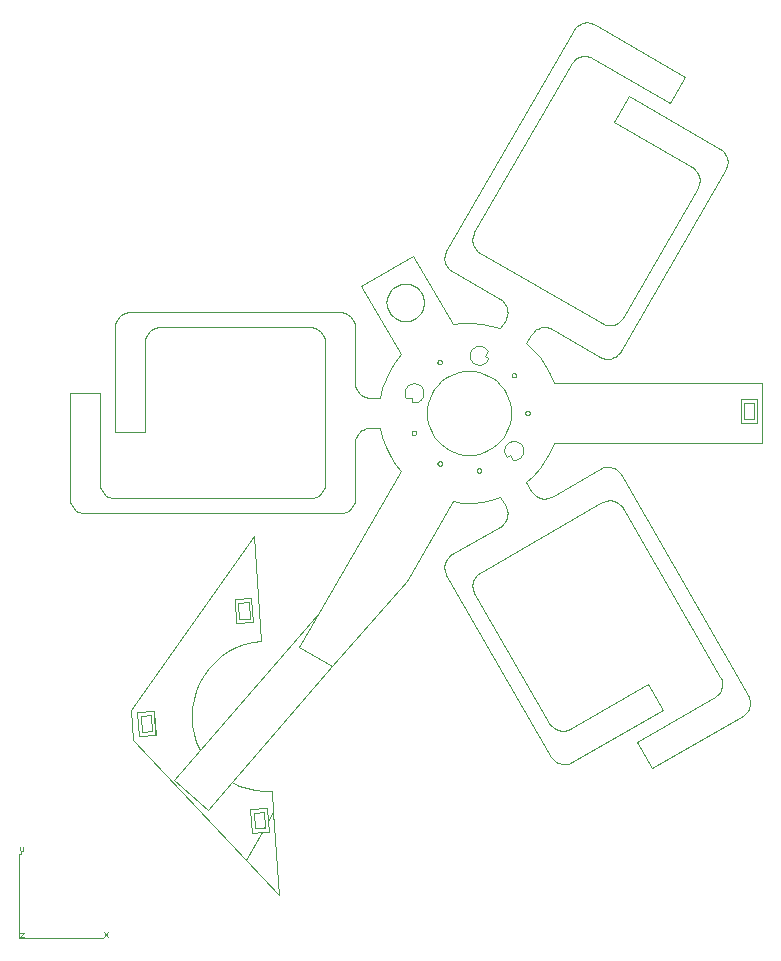
<source format=gbr>
*
G04 Gerber written by LinkCAD 5.6.12 Build 4507*
G04 Layer: MICRON-PBM2_Flex.gbr*
%FSLAX34Y34*%
%MOIN*%
%ADD10C,0.0008*%
G54D10*
X150Y12D02*
G01X21D01*
X150Y173D01*
X21D01*
X2824Y12D02*
X2953Y205D01*
Y12D02*
X2824Y205D01*
X-5Y-5D02*
X2808D01*
X21Y2912D02*
Y3041D01*
X118Y2912D02*
Y3041D01*
X53Y2880D02*
X118D01*
X53Y2847D02*
Y2783D01*
X-11D02*
X53D01*
X-5Y-5D02*
Y2808D01*
X7712Y4296D02*
X8257Y4338D01*
X8291Y3883D02*
X8295Y3890D01*
X8257Y4338D02*
X8291Y3883D01*
X8261Y4339D02*
X8257Y4338D01*
X8079Y9899D02*
X7835Y13391D01*
X5815Y7957D02*
X5895Y8236D01*
X5767Y7670D02*
X5815Y7957D01*
X5753Y7380D02*
X5767Y7670D01*
X5773Y7091D02*
X5753Y7380D01*
X8295Y3890D02*
X8477Y4205D01*
X8261Y4339D02*
X8295Y3890D01*
X8428Y4910D02*
X8150Y4906D01*
X8477Y4205D02*
X8428Y4910D01*
X7712Y4297D02*
X8261Y4339D01*
X8150Y4906D02*
X7874Y4933D01*
X7603Y4990D01*
X7339Y5077D01*
X7087Y5192D01*
X7772Y3499D02*
X7712Y4297D01*
X5826Y6805D02*
X5773Y7091D01*
X4553Y6768D02*
X4004Y6726D01*
X3798Y6591D02*
X7553Y2605D01*
X8083Y3523D01*
X7772Y3499D01*
X6738Y9394D02*
X6979Y9556D01*
X7247Y10482D02*
X7187Y11280D01*
X6979Y9556D02*
X7237Y9689D01*
X7509Y9792D01*
X7796Y10523D02*
X7247Y10482D01*
X6321Y8991D02*
X6518Y9205D01*
X6150Y8757D02*
X6321Y8991D01*
X6518Y9205D02*
X6738Y9394D01*
X3728Y7589D02*
X3798Y6591D01*
X4004Y6726D02*
X3944Y7524D01*
X6029Y6262D02*
X5911Y6528D01*
X5826Y6805D01*
X7791Y9862D02*
X8079Y9899D01*
X7509Y9792D02*
X7791Y9862D01*
X7835Y13391D02*
X3728Y7589D01*
X6007Y8504D02*
X6150Y8757D01*
X5895Y8236D02*
X6007Y8504D01*
X7731Y11320D02*
X7791Y10523D01*
X7796D02*
X7736Y11321D01*
X7187Y11279D02*
X7731Y11320D01*
X7736Y11321D01*
X7187Y11280D01*
X9978Y10805D02*
X6029Y6262D01*
X6285Y4270D02*
X7087Y5192D01*
X5153Y5254D02*
X6285Y4270D01*
X6029Y6262D02*
X5153Y5254D01*
X7087Y5192D02*
X10444Y9055D01*
X4493Y7566D02*
X3944Y7524D01*
Y7523D02*
X4488Y7564D01*
X4493Y7566D02*
X4488Y7564D01*
X4553Y6768D02*
X4493Y7566D01*
X4488Y7564D02*
X4548Y6767D01*
X12924Y11908D02*
X14449Y14549D01*
X15094Y14500D02*
X24051Y17948D02*
X24597Y17951D01*
X24601Y17152D01*
Y17952D02*
X24597Y17951D01*
X19180Y30445D02*
X19126Y30472D01*
X19367Y19366D02*
X19421Y19338D01*
X15022Y19411D02*
X15023Y19449D01*
X16557Y15937D02*
X16519Y15932D01*
X16594Y15948D02*
X16557Y15937D01*
X16630Y15962D02*
X16594Y15948D01*
X16663Y15981D02*
X16630Y15962D01*
X16910Y15187D02*
X17148Y15407D01*
X16694Y16004D02*
X16663Y15981D01*
X16746Y16060D02*
X16722Y16030D01*
X13097Y17859D02*
Y17999D01*
X12898D01*
X13362Y18412D02*
X13390Y18386D01*
X13331Y18434D02*
X13362Y18412D01*
X13224Y18476D02*
X13261Y18466D01*
X13186Y18481D02*
X13224Y18476D01*
X13147Y18481D02*
X13186D01*
X13109Y18476D02*
X13147Y18481D01*
X13072Y18467D02*
X13109Y18476D01*
X12717Y19449D02*
X12520Y19192D01*
X13036Y18454D02*
X13072Y18467D01*
X12970Y18414D02*
X13002Y18436D01*
X13638Y17164D02*
X13608Y17330D01*
X13758Y16848D02*
X13688Y17003D01*
X13950Y16571D02*
X13845Y16704D01*
X14347Y16259D02*
X14202Y16347D01*
X15648Y16259D02*
X15494Y16190D01*
X15793Y16347D02*
X15648Y16259D01*
Y18739D02*
X15793Y18652D01*
X15494Y18808D02*
X15648Y18739D01*
X15333Y18859D02*
X15494Y18808D01*
X15167Y18889D02*
X15333Y18859D01*
X14829Y18889D02*
X14998Y18899D01*
X13950Y18428D02*
X14069Y18547D01*
X13480Y18180D02*
X13479Y18141D01*
X13476Y18218D02*
X13480Y18180D01*
X13688Y17996D02*
X13758Y18150D01*
X13479Y18141D02*
X13474Y18103D01*
X13464Y18066D02*
X13449Y18030D01*
X13474Y18103D02*
X13464Y18066D01*
X13638Y17834D02*
X13688Y17996D01*
X13449Y18030D02*
X13431Y17997D01*
X15277Y15533D02*
X15272Y15540D01*
X14449Y14549D02*
X14771Y14507D01*
X15283Y15526D02*
X15277Y15533D01*
X15297Y15514D02*
X15290Y15520D01*
X15375Y15514D02*
X15367Y15510D01*
X15382Y15519D02*
X15375Y15514D01*
X15735Y14590D02*
X16044Y14687D01*
X15389Y15525D02*
X15382Y15519D01*
X15408Y15556D02*
X15405Y15547D01*
X15411Y15573D02*
X15410Y15564D01*
X15411Y15583D02*
Y15573D01*
X15410Y15591D02*
X15411Y15583D01*
X15408Y15600D02*
X15410Y15591D01*
X15405Y15609D02*
X15408Y15600D01*
X15401Y15617D02*
X15405Y15609D01*
X15396Y15624D02*
X15401Y15617D01*
X15390Y15631D02*
X15396Y15624D01*
X15383Y15637D02*
X15390Y15631D01*
X15376Y15642D02*
X15383Y15637D01*
X15368Y15647D02*
X15376Y15642D01*
X16259Y16033D02*
X16235Y16063D01*
X16606Y16539D02*
X16641Y16523D01*
X16357Y17164D02*
X16307Y17003D01*
X16570Y16551D02*
X16606Y16539D01*
X16532Y16558D02*
X16570Y16551D01*
X16494Y16561D02*
X16532Y16558D01*
X16307Y17003D02*
X16238Y16848D01*
X16455Y16558D02*
X16494Y16561D01*
X16418Y16552D02*
X16455Y16558D01*
X16381Y16540D02*
X16418Y16552D01*
X16238Y16848D02*
X16150Y16704D01*
X16346Y16525D02*
X16381Y16540D01*
X16313Y16505D02*
X16346Y16525D01*
X16283Y16481D02*
X16313Y16505D01*
X16256Y16454D02*
X16283Y16481D01*
X16150Y16704D02*
X16046Y16571D01*
X16232Y16424D02*
X16256Y16454D01*
X16212Y16391D02*
X16232Y16424D01*
X16197Y16356D02*
X16212Y16391D01*
X16046Y16571D02*
X15926Y16451D01*
X16186Y16319D02*
X16197Y16356D01*
X16179Y16281D02*
X16186Y16319D01*
X16177Y16243D02*
X16179Y16281D01*
X15926Y16451D02*
X15793Y16347D01*
X16179Y16205D02*
X16177Y16243D01*
X16187Y16167D02*
X16179Y16205D01*
X16199Y16130D02*
X16187Y16167D01*
X16215Y16096D02*
X16199Y16130D01*
X16235Y16063D02*
X16215Y16096D01*
X15359Y15650D02*
X15368Y15647D01*
X15494Y16190D02*
X15333Y16140D01*
X15350Y15652D02*
X15359Y15650D01*
X15342Y15653D02*
X15350Y15652D01*
X15332Y15653D02*
X15342D01*
X15323Y15652D02*
X15332Y15653D01*
X15262Y15583D02*
X15263Y15592D01*
X15262Y15574D02*
Y15583D01*
X14998Y16099D02*
X14829Y16109D01*
X15263Y15592D02*
X15265Y15601D01*
X15268Y15610D01*
X15273Y15618D01*
X15278Y15625D01*
X15167Y16109D02*
X14998Y16099D01*
X15278Y15625D02*
X15284Y15632D01*
X15291Y15638D01*
X15298Y15643D01*
X15306Y15647D01*
X15315Y15650D01*
X15333Y16140D02*
X15167Y16109D01*
X15315Y15650D02*
X15323Y15652D01*
X13953Y15839D02*
X13958Y15848D01*
X13951Y15831D02*
X13953Y15839D01*
X13948Y15822D02*
X13951Y15831D01*
X13948Y15813D02*
Y15822D01*
X13985Y15745D02*
X13978Y15750D01*
X13993Y15741D02*
X13985Y15745D01*
X14002Y15738D02*
X13993Y15741D01*
X14011Y15736D02*
X14002Y15738D01*
X14020Y15735D02*
X14011Y15736D01*
X15268Y15548D02*
X15265Y15557D01*
X15272Y15540D02*
X15268Y15548D01*
X13227Y16874D02*
X13232Y16866D01*
X13208Y16893D02*
X13215Y16888D01*
X13201Y16898D02*
X13208Y16893D01*
X13193Y16902D02*
X13201Y16898D01*
X13184Y16905D02*
X13193Y16902D01*
X13175Y16906D02*
X13184Y16905D01*
X13104Y16876D02*
X13109Y16883D01*
X13099Y16868D02*
X13104Y16876D01*
X13095Y16860D02*
X13099Y16868D01*
X12039Y16999D02*
X12110Y16683D01*
X13092Y16851D02*
X13095Y16860D01*
X13114Y16777D02*
X13108Y16783D01*
X13122Y16771D02*
X13114Y16777D01*
X12352Y16083D02*
X12520Y15806D01*
X13129Y16766D02*
X13122Y16771D01*
X13146Y16760D02*
X13137Y16762D01*
X13182Y16759D02*
X13173Y16758D01*
X13191Y16762D02*
X13182Y16759D01*
X13199Y16765D02*
X13191Y16762D01*
X15263Y15565D02*
X15262Y15574D01*
X15265Y15557D02*
X15263Y15565D01*
X14029Y15735D02*
X14020D01*
X14038Y15737D02*
X14029Y15735D01*
X14046Y15739D02*
X14038Y15737D01*
X14055Y15742D02*
X14046Y15739D01*
X14063Y15747D02*
X14055Y15742D01*
X14070Y15752D02*
X14063Y15747D01*
X14077Y15758D02*
X14070Y15752D01*
X14083Y15765D02*
X14077Y15758D01*
X14088Y15773D02*
X14083Y15765D01*
X14092Y15781D02*
X14088Y15773D01*
X14095Y15789D02*
X14092Y15781D01*
X14829Y16109D02*
X14663Y16140D01*
X14097Y15798D02*
X14095Y15789D01*
X14098Y15807D02*
X14097Y15798D01*
Y15816D02*
X14098Y15807D01*
X14663Y16140D02*
X14501Y16190D01*
X14096Y15825D02*
X14097Y15816D01*
X14094Y15834D02*
X14096Y15825D01*
X14090Y15842D02*
X14094Y15834D01*
X14086Y15850D02*
X14090Y15842D01*
X14501Y16190D02*
X14347Y16259D01*
X14081Y15858D02*
X14086Y15850D01*
X14075Y15864D02*
X14081Y15858D01*
X14068Y15870D02*
X14075Y15864D01*
X14060Y15875D02*
X14068Y15870D01*
X14052Y15879D02*
X14060Y15875D01*
X14043Y15882D02*
X14052Y15879D01*
X14035Y15884D02*
X14043Y15882D01*
X14026Y15885D02*
X14035Y15884D01*
X14017Y15885D02*
X14026D01*
X14008Y15884D02*
X14017Y15885D01*
X14202Y16347D02*
X14069Y16451D01*
X13999Y15881D02*
X14008Y15884D01*
X13990Y15878D02*
X13999Y15881D01*
X13983Y15873D02*
X13990Y15878D01*
X13975Y15868D02*
X13983Y15873D01*
X13968Y15862D02*
X13975Y15868D01*
X14069Y16451D02*
X13950Y16571D01*
X13963Y15855D02*
X13968Y15862D01*
X13958Y15848D02*
X13963Y15855D01*
X13207Y16770D02*
X13199Y16765D01*
X13214Y16775D02*
X13207Y16770D01*
X13220Y16782D02*
X13214Y16775D01*
X13226Y16789D02*
X13220Y16782D01*
X13231Y16796D02*
X13226Y16789D01*
X13845Y16704D02*
X13758Y16848D01*
X13235Y16805D02*
X13231Y16796D01*
X13238Y16813D02*
X13235Y16805D01*
X13239Y16822D02*
X13238Y16813D01*
X13240Y16831D02*
X13239Y16822D01*
X13240Y16840D02*
Y16831D01*
X13238Y16849D02*
X13240Y16840D01*
X13235Y16858D02*
X13238Y16849D01*
X13222Y16881D02*
X13227Y16874D01*
X13215Y16888D02*
X13222Y16881D01*
X13688Y17003D02*
X13638Y17164D01*
X13232Y16866D02*
X13235Y16858D01*
X14088Y19226D02*
X14092Y19218D01*
X14083Y19233D02*
X14088Y19226D01*
X14077Y19240D02*
X14083Y19233D01*
X14070Y19246D02*
X14077Y19240D01*
X14063Y19252D02*
X14070Y19246D01*
X14055Y19256D02*
X14063Y19252D01*
X14046Y19259D02*
X14055Y19256D01*
X15023Y19449D02*
X15029Y19487D01*
X14038Y19262D02*
X14046Y19259D01*
X13964Y19236D02*
X13971Y19242D01*
X13959Y19228D02*
X13964Y19236D01*
X13955Y19220D02*
X13959Y19228D01*
X13948Y19194D02*
X13949Y19203D01*
X13948Y19185D02*
Y19194D01*
Y19176D02*
Y19185D01*
X13390Y18386D02*
X13415Y18357D01*
X13437Y18325D01*
X13951Y19167D02*
X13948Y19176D01*
X13437Y18325D02*
X13454Y18291D01*
X13467Y18255D01*
X13476Y18218D01*
X13953Y19159D02*
X13951Y19167D01*
X13958Y19151D02*
X13953Y19159D01*
X13963Y19143D02*
X13958Y19151D01*
X24775Y16499D02*
Y18499D01*
X16804Y16201D02*
X16796Y16163D01*
X16807Y16239D02*
X16804Y16201D01*
X17361Y15651D02*
X17547Y15916D01*
X16796Y16163D02*
X16784Y16127D01*
X16767Y16092D02*
X16746Y16060D01*
X16784Y16127D02*
X16767Y16092D01*
X17148Y15407D02*
X17361Y15651D01*
X16722Y16030D02*
X16694Y16004D01*
X16381Y16103D02*
X16259Y16033D01*
X16481Y15931D02*
X16381Y16103D01*
X15410Y15564D02*
X15408Y15556D01*
X16519Y15932D02*
X16481Y15931D01*
X17081Y14891D02*
X16910Y15187D01*
X16044Y14687D02*
X16215Y14391D01*
X17115Y14840D02*
X17081Y14891D01*
X17198Y14753D02*
X17154Y14794D01*
X17247Y14718D02*
X17198Y14753D01*
X17300Y14689D02*
X17247Y14718D01*
X17356Y14666D02*
X17300Y14689D01*
X17414Y14651D02*
X17356Y14666D01*
X17474Y14642D02*
X17414Y14651D01*
X17534Y14641D02*
X17474Y14642D01*
X17595Y14647D02*
X17534Y14641D01*
X17653Y14660D02*
X17595Y14647D01*
X19537Y15693D02*
X19478Y15680D01*
X19657Y15698D02*
X19597Y15699D01*
X19537Y15693D01*
X19717Y15690D02*
X19657Y15698D01*
X19775Y15674D02*
X19717Y15690D01*
X19478Y15680D02*
X19421Y15660D01*
X19831Y15652D02*
X19775Y15674D01*
X19421Y15660D02*
X19367Y15633D01*
X19884Y15623D02*
X19831Y15652D01*
X19933Y15587D02*
X19884Y15623D01*
X19978Y15546D02*
X19933Y15587D01*
X20017Y15500D02*
X19978Y15546D01*
X20050Y15450D02*
X20017Y15500D01*
X24358Y7737D02*
X24366Y7797D01*
X24342Y7679D02*
X24358Y7737D01*
X24320Y7623D02*
X24342Y7679D01*
X24291Y7570D02*
X24320Y7623D01*
X24255Y7521D02*
X24291Y7570D01*
X24214Y7476D02*
X24255Y7521D01*
X24168Y7437D02*
X24214Y7476D01*
X24118Y7404D02*
X24168Y7437D01*
X21086Y5653D02*
X24118Y7404D01*
X23185Y8020D02*
X20586Y6520D01*
X21086Y5653D01*
X24368Y7857D02*
X24362Y7917D01*
X24366Y7797D02*
X24368Y7857D01*
X23235Y8053D02*
X23185Y8020D01*
X24362Y7917D02*
X24348Y7976D01*
X24328Y8033D02*
X24301Y8087D01*
X24348Y7976D02*
X24328Y8033D01*
X23281Y8092D02*
X23235Y8053D01*
X23322Y8137D02*
X23281Y8092D01*
X23357Y8186D02*
X23322Y8137D01*
X23386Y8239D02*
X23357Y8186D01*
X23409Y8295D02*
X23386Y8239D01*
X23425Y8353D02*
X23409Y8295D01*
X23433Y8413D02*
X23425Y8353D01*
X23434Y8473D02*
X23433Y8413D01*
X23428Y8533D02*
X23434Y8473D01*
X23415Y8592D02*
X23428Y8533D01*
X23395Y8649D02*
X23415Y8592D01*
X23368Y8703D02*
X23395Y8649D01*
X20117Y14334D02*
X23368Y8703D01*
X24301Y8087D02*
X20050Y15450D01*
X20084Y14384D02*
X20117Y14334D01*
X20045Y14430D02*
X20084Y14384D01*
X20000Y14471D02*
X20045Y14430D01*
X19951Y14506D02*
X20000Y14471D01*
X19898Y14535D02*
X19951Y14506D01*
X19842Y14558D02*
X19898Y14535D01*
X19784Y14573D02*
X19842Y14558D01*
X19724Y14582D02*
X19784Y14573D01*
X19664Y14583D02*
X19724Y14582D01*
X19604Y14577D02*
X19664Y14583D01*
X19545Y14564D02*
X19604Y14577D01*
X19488Y14544D02*
X19545Y14564D01*
X19434Y14517D02*
X19488Y14544D01*
X19367Y15633D02*
X17764Y14708D01*
X15123Y11833D02*
X15138Y11891D01*
X15114Y11773D02*
X15123Y11833D01*
X15113Y11713D02*
X15114Y11773D01*
X15119Y11653D02*
X15113Y11713D01*
X15132Y11594D02*
X15119Y11653D01*
X15153Y11537D02*
X15132Y11594D01*
X15180Y11483D02*
X15153Y11537D01*
X14246Y12099D02*
X17747Y6036D01*
X17680Y7152D02*
X15180Y11483D01*
X17846Y6979D02*
X17797Y7015D01*
X17899Y6950D02*
X17846Y6979D01*
X17955Y6928D02*
X17899Y6950D01*
X18013Y6912D02*
X17955Y6928D01*
X18073Y6903D02*
X18013Y6912D01*
X18133Y6902D02*
X18073Y6903D01*
X18193Y6908D02*
X18133Y6902D01*
X18252Y6922D02*
X18193Y6908D01*
X18309Y6942D02*
X18252Y6922D01*
X18363Y6969D02*
X18309Y6942D01*
X20962Y8469D02*
X18363Y6969D01*
X21462Y7603D02*
X20962Y8469D01*
X18430Y5853D02*
X21462Y7603D01*
X18319Y5805D02*
X18376Y5826D01*
X18260Y5792D02*
X18319Y5805D01*
X18140Y5787D02*
X18200Y5786D01*
X18260Y5792D01*
X18080Y5796D02*
X18140Y5787D01*
X18022Y5811D02*
X18080Y5796D01*
X17966Y5834D02*
X18022Y5811D01*
X18376Y5826D02*
X18430Y5853D01*
X17913Y5863D02*
X17966Y5834D01*
X17864Y5898D02*
X17913Y5863D01*
X17820Y5939D02*
X17864Y5898D01*
X17780Y5985D02*
X17820Y5939D01*
X17747Y6036D02*
X17780Y5985D01*
X17753Y7056D02*
X17713Y7102D01*
X17797Y7015D02*
X17753Y7056D01*
X17713Y7102D02*
X17680Y7152D01*
X14219Y12153D02*
X14246Y12099D01*
X14199Y12210D02*
X14219Y12153D01*
X14180Y12329D02*
X14186Y12269D01*
X14199Y12210D01*
X14181Y12389D02*
X14180Y12329D01*
X14189Y12449D02*
X14181Y12389D01*
X14205Y12508D02*
X14189Y12449D01*
X14228Y12564D02*
X14205Y12508D01*
X14257Y12616D02*
X14228Y12564D01*
X14292Y12665D02*
X14257Y12616D01*
X14333Y12710D02*
X14292Y12665D01*
X14379Y12749D02*
X14333Y12710D01*
X14429Y12782D02*
X14379Y12749D01*
X15161Y11947D02*
X15190Y12000D01*
X15138Y11891D02*
X15161Y11947D01*
X15190Y12000D02*
X15225Y12049D01*
X15266Y12094D01*
X15312Y12133D01*
X15363Y12166D01*
X16032Y13708D02*
X14429Y12782D01*
X16082Y13741D02*
X16032Y13708D01*
X16128Y13780D02*
X16082Y13741D01*
X16169Y13824D02*
X16128Y13780D01*
X17710Y14681D02*
X17653Y14660D01*
X17764Y14708D02*
X17710Y14681D01*
X15363Y12166D02*
X19434Y14517D01*
X16205Y13873D02*
X16169Y13824D01*
X16234Y13926D02*
X16205Y13873D01*
X16256Y13982D02*
X16234Y13926D01*
X16272Y14041D02*
X16256Y13982D01*
X16280Y14100D02*
X16272Y14041D01*
X16282Y14161D02*
X16280Y14100D01*
X16276Y14221D02*
X16282Y14161D01*
X16262Y14280D02*
X16276Y14221D01*
X16242Y14337D02*
X16262Y14280D01*
X16215Y14391D02*
X16242Y14337D01*
X17154Y14794D02*
X17115Y14840D01*
X15400Y15539D02*
X15395Y15532D01*
X15405Y15547D02*
X15400Y15539D01*
X15395Y15532D02*
X15389Y15525D01*
X15358Y15507D02*
X15349Y15505D01*
X15367Y15510D02*
X15358Y15507D01*
X15417Y14528D02*
X15735Y14590D01*
X15349Y15505D02*
X15340Y15503D01*
X15331Y15504D01*
X15322Y15505D01*
X15314Y15507D01*
X15094Y14500D02*
X15417Y14528D01*
X15305Y15510D02*
X15297Y15514D01*
X15314Y15507D02*
X15305Y15510D01*
X14771Y14507D02*
X15094Y14500D01*
X15290Y15520D02*
X15283Y15526D01*
X13173Y16758D02*
X13164Y16757D01*
X13948Y15804D02*
Y15813D01*
X13949Y15795D02*
X13948Y15804D01*
X13951Y15786D02*
X13949Y15795D01*
X13955Y15778D02*
X13951Y15786D01*
X13959Y15770D02*
X13955Y15778D01*
X13964Y15763D02*
X13959Y15770D01*
X13971Y15756D02*
X13964Y15763D01*
X13978Y15750D02*
X13971Y15756D01*
X12924Y11908D02*
X14449Y14549D01*
X10444Y9055D02*
X12924Y11908D01*
X9337Y9694D02*
X10444Y9055D01*
X12717Y15549D02*
X9337Y9694D01*
X13155Y16758D02*
X13146Y16760D01*
X13164Y16757D02*
X13155Y16758D01*
X12520Y15806D02*
X12717Y15549D01*
X13137Y16762D02*
X13129Y16766D01*
X13103Y16790D02*
X13098Y16798D01*
X13108Y16783D02*
X13103Y16790D01*
X12215Y16377D02*
X12352Y16083D01*
X13098Y16798D02*
X13094Y16806D01*
X13092Y16815D01*
X13090Y16824D01*
X12110Y16683D02*
X12215Y16377D01*
X13090Y16833D02*
X13091Y16842D01*
X13090Y16824D02*
Y16833D01*
X13091Y16842D02*
X13092Y16851D01*
X11413Y16911D02*
X11465Y16942D01*
X11365Y16873D02*
X11413Y16911D01*
X11254Y16731D02*
X11285Y16783D01*
X11229Y16676D02*
X11254Y16731D01*
X11211Y16619D02*
X11229Y16676D01*
X2195Y14148D02*
X10697D01*
X2135Y14152D02*
X2195Y14148D01*
X2075Y14163D02*
X2135Y14152D01*
X2018Y14181D02*
X2075Y14163D01*
X1963Y14206D02*
X2018Y14181D01*
X1911Y14237D02*
X1963Y14206D01*
X1863Y14274D02*
X1911Y14237D01*
X1821Y14317D02*
X1863Y14274D01*
X1783Y14364D02*
X1821Y14317D01*
X1752Y14416D02*
X1783Y14364D01*
X1727Y14471D02*
X1752Y14416D01*
X1709Y14529D02*
X1727Y14471D01*
X1695Y14649D02*
X1699Y14588D01*
X1709Y14529D01*
X2695Y18149D02*
X1695D01*
X2695Y15149D02*
Y18149D01*
X1695D02*
Y14649D01*
X2699Y15088D02*
X2695Y15149D01*
X2710Y15029D02*
X2699Y15088D01*
X2728Y14971D02*
X2710Y15029D01*
X2752Y14916D02*
X2728Y14971D01*
X2784Y14865D02*
X2752Y14916D01*
X2821Y14817D02*
X2784Y14865D01*
X2864Y14774D02*
X2821Y14817D01*
X2911Y14737D02*
X2864Y14774D01*
X2963Y14706D02*
X2911Y14737D01*
X3018Y14681D02*
X2963Y14706D01*
X3076Y14663D02*
X3018Y14681D01*
X3135Y14652D02*
X3076Y14663D01*
X3195Y14649D02*
X3135Y14652D01*
X9697Y14649D02*
X3195D01*
X9757Y14652D02*
X9697Y14649D01*
X9816Y14663D02*
X9757Y14652D01*
X9874Y14681D02*
X9816Y14663D01*
X9929Y14706D02*
X9874Y14681D01*
X9981Y14737D02*
X9929Y14706D01*
X10028Y14774D02*
X9981Y14737D01*
X10697Y14148D02*
X10757Y14152D01*
X10817Y14163D01*
X10874Y14181D01*
X10929Y14206D01*
X10981Y14237D01*
X11028Y14274D01*
X11071Y14317D01*
X11108Y14364D01*
X11140Y14416D01*
X11164Y14471D01*
X11182Y14529D01*
X11193Y14588D01*
X11197Y14649D01*
X10071Y14817D02*
X10028Y14774D01*
X10108Y14865D02*
X10071Y14817D01*
X10139Y14916D02*
X10108Y14865D01*
X10164Y14971D02*
X10139Y14916D01*
X10182Y15029D02*
X10164Y14971D01*
X10193Y15088D02*
X10182Y15029D01*
X10197Y15149D02*
X10193Y15088D01*
X10071Y20181D02*
X10108Y20134D01*
X10028Y20224D02*
X10071Y20181D01*
X9981Y20261D02*
X10028Y20224D01*
X9929Y20293D02*
X9981Y20261D01*
X9874Y20317D02*
X9929Y20293D01*
X9816Y20335D02*
X9874Y20317D01*
X9757Y20346D02*
X9816Y20335D01*
X9697Y20350D02*
X9757Y20346D01*
X4696Y20350D02*
X9697D01*
X10697Y20850D02*
X3695D01*
X4635Y20346D02*
X4696Y20350D01*
X4411Y20261D02*
X4463Y20293D01*
X4364Y20224D02*
X4411Y20261D01*
X4321Y20181D02*
X4364Y20224D01*
X4284Y20134D02*
X4321Y20181D01*
X4253Y20082D02*
X4284Y20134D01*
X4228Y20027D02*
X4253Y20082D01*
X4210Y19969D02*
X4228Y20027D01*
X4199Y19910D02*
X4210Y19969D01*
X4195Y19850D02*
X4199Y19910D01*
X4195Y16849D02*
Y19850D01*
X3195Y16849D02*
X4195D01*
X3195Y20350D02*
Y16849D01*
X3199Y20410D02*
X3195Y20350D01*
X3210Y20469D02*
X3199Y20410D01*
X3228Y20527D02*
X3210Y20469D01*
X3253Y20582D02*
X3228Y20527D01*
X3284Y20634D02*
X3253Y20582D01*
X3321Y20681D02*
X3284Y20634D01*
X3364Y20724D02*
X3321Y20681D01*
X3411Y20761D02*
X3364Y20724D01*
X3463Y20793D02*
X3411Y20761D01*
X3518Y20817D02*
X3463Y20793D01*
X3576Y20835D02*
X3518Y20817D01*
X3635Y20846D02*
X3576Y20835D01*
X3695Y20850D02*
X3635Y20846D01*
X4518Y20317D02*
X4576Y20335D01*
X4463Y20293D02*
X4518Y20317D01*
X4576Y20335D02*
X4635Y20346D01*
X10817Y20835D02*
X10757Y20846D01*
X10697Y20850D01*
X10874Y20817D02*
X10817Y20835D01*
X10929Y20793D02*
X10874Y20817D01*
X10981Y20761D02*
X10929Y20793D01*
X11028Y20724D02*
X10981Y20761D01*
X11071Y20681D02*
X11028Y20724D01*
X11108Y20634D02*
X11071Y20681D01*
X11140Y20582D02*
X11108Y20634D01*
X11164Y20527D02*
X11140Y20582D01*
X11182Y20469D02*
X11164Y20527D01*
X11193Y20410D02*
X11182Y20469D01*
X11197Y20350D02*
X11193Y20410D01*
X10139Y20082D02*
X10164Y20027D01*
X10108Y20134D02*
X10139Y20082D01*
X10164Y20027D02*
X10182Y19969D01*
X10193Y19910D01*
X10197Y19850D01*
X11197Y18499D02*
Y20350D01*
X11201Y18439D02*
X11197Y18499D01*
X11211Y18380D02*
X11201Y18439D01*
X10197Y19850D02*
Y15149D01*
X11197Y16499D02*
X11201Y16559D01*
X11197Y14649D02*
Y16499D01*
X11229Y18322D02*
X11211Y18380D01*
X11201Y16559D02*
X11211Y16619D01*
X11254Y18267D02*
X11229Y18322D01*
X11285Y18215D02*
X11254Y18267D01*
X11323Y18168D02*
X11285Y18215D01*
X11365Y18125D02*
X11323Y18168D01*
X11413Y18088D02*
X11365Y18125D01*
X11285Y16783D02*
X11323Y16831D01*
X11465Y18057D02*
X11413Y18088D01*
X11323Y16831D02*
X11365Y16873D01*
X11520Y18032D02*
X11465Y18057D01*
X11577Y18014D02*
X11520Y18032D01*
X11637Y18003D02*
X11577Y18014D01*
X11697Y17999D02*
X11637Y18003D01*
X11465Y16942D02*
X11520Y16967D01*
X11577Y16985D01*
X11637Y16995D01*
X11697Y16999D01*
X12039D01*
Y17999D02*
X11697D01*
X13408Y17966D02*
X13382Y17938D01*
X13431Y17997D02*
X13408Y17966D01*
X13608Y17668D02*
X13638Y17834D01*
X13382Y17938D02*
X13352Y17913D01*
X13320Y17892D01*
X13286Y17875D01*
X13597Y17499D02*
X13608Y17668D01*
X13286Y17875D02*
X13249Y17863D01*
X13212Y17855D01*
X13174Y17851D01*
X13135Y17853D01*
X13608Y17330D02*
X13597Y17499D01*
X13135Y17853D02*
X13097Y17859D01*
X13166Y16907D02*
X13175Y16906D01*
X13157Y16907D02*
X13166D01*
X13148Y16905D02*
X13157Y16907D01*
X13139Y16903D02*
X13148Y16905D01*
X13131Y16899D02*
X13139Y16903D01*
X13123Y16894D02*
X13131Y16899D01*
X13116Y16889D02*
X13123Y16894D01*
X13109Y16883D02*
X13116Y16889D01*
X12898Y17999D02*
X12879Y18033D01*
X12865Y18069D01*
X12856Y18106D01*
X12851Y18144D01*
X12110Y18315D02*
X12039Y17999D01*
X12850Y18182D02*
X12855Y18221D01*
X12851Y18144D02*
X12850Y18182D01*
X12215Y18622D02*
X12110Y18315D01*
X12855Y18221D02*
X12864Y18258D01*
X12877Y18294D02*
X12895Y18328D01*
X12864Y18258D02*
X12877Y18294D01*
X12352Y18915D02*
X12215Y18622D01*
X12895Y18328D02*
X12916Y18360D01*
X12942Y18388D02*
X12970Y18414D01*
X12916Y18360D02*
X12942Y18388D01*
X12520Y19192D02*
X12352Y18915D01*
X13002Y18436D02*
X13036Y18454D01*
X11406Y21720D02*
X12717Y19449D01*
X14771Y20491D02*
X14449Y20449D01*
X16215Y20608D02*
X16044Y20312D01*
X16262Y20719D02*
X16242Y20662D01*
X16276Y20778D02*
X16262Y20719D01*
X16282Y20838D02*
X16276Y20778D01*
X16280Y20898D02*
X16282Y20838D01*
X16234Y21072D02*
X16256Y21016D01*
X16205Y21125D02*
X16234Y21072D01*
X16169Y21174D02*
X16205Y21125D01*
X16032Y21291D02*
X16082Y21258D01*
X14429Y22216D02*
X16032Y21291D01*
X14333Y22288D02*
X14379Y22249D01*
X14429Y22216D01*
X14292Y22333D02*
X14333Y22288D01*
X14257Y22382D02*
X14292Y22333D01*
X14228Y22435D02*
X14257Y22382D01*
X14205Y22491D02*
X14228Y22435D01*
X14189Y22549D02*
X14205Y22491D01*
X14181Y22609D02*
X14189Y22549D01*
X14180Y22669D02*
X14181Y22609D01*
X14186Y22729D02*
X14180Y22669D01*
X14199Y22788D02*
X14186Y22729D01*
X14219Y22845D02*
X14199Y22788D01*
X14246Y22899D02*
X14219Y22845D01*
X19070Y30492D02*
X19011Y30506D01*
X19126Y30472D02*
X19070Y30492D01*
X18531Y30313D02*
X18497Y30262D01*
X18570Y30358D02*
X18531Y30313D01*
X18614Y30399D02*
X18570Y30358D01*
X18663Y30435D02*
X18614Y30399D01*
X18716Y30464D02*
X18663Y30435D01*
X18772Y30486D02*
X18716Y30464D01*
X18830Y30502D02*
X18772Y30486D01*
X18890Y30511D02*
X18830Y30502D01*
X19011Y30506D02*
X18951Y30512D01*
X18890Y30511D01*
X21712Y27828D02*
X22212Y28695D01*
X19113Y29329D02*
X21712Y27828D01*
X22212Y28695D02*
X19180Y30445D01*
X19059Y29356D02*
X19113Y29329D01*
X19003Y29376D02*
X19059Y29356D01*
X18944Y29389D02*
X19003Y29376D01*
X18884Y29395D02*
X18944Y29389D01*
X18823Y29394D02*
X18884Y29395D01*
X18763Y29386D02*
X18823Y29394D01*
X18705Y29370D02*
X18763Y29386D01*
X18649Y29348D02*
X18705Y29370D01*
X18596Y29318D02*
X18649Y29348D01*
X18547Y29283D02*
X18596Y29318D01*
X18503Y29242D02*
X18547Y29283D01*
X18464Y29196D02*
X18503Y29242D01*
X18430Y29146D02*
X18464Y29196D01*
X18497Y30262D02*
X14246Y22899D01*
X15180Y23515D02*
X18430Y29146D01*
X15153Y23461D02*
X15180Y23515D01*
X15132Y23404D02*
X15153Y23461D01*
X15119Y23346D02*
X15132Y23404D01*
X15113Y23286D02*
X15119Y23346D01*
X15114Y23225D02*
X15113Y23286D01*
X15123Y23165D02*
X15114Y23225D01*
X15138Y23107D02*
X15123Y23165D01*
X15161Y23051D02*
X15138Y23107D01*
X15190Y22998D02*
X15161Y23051D01*
X15225Y22949D02*
X15190Y22998D01*
X15266Y22905D02*
X15225Y22949D01*
X15312Y22866D02*
X15266Y22905D01*
X15363Y22832D02*
X15312Y22866D01*
X19842Y20441D02*
X19784Y20425D01*
X19898Y20463D02*
X19842Y20441D01*
X19951Y20492D02*
X19898Y20463D01*
X20000Y20528D02*
X19951Y20492D01*
X20045Y20568D02*
X20000Y20528D01*
X20084Y20614D02*
X20045Y20568D01*
X20117Y20665D02*
X20084Y20614D01*
X22618Y24996D02*
X20117Y20665D01*
X20050Y19548D02*
X23551Y25612D01*
X22645Y25050D02*
X22618Y24996D01*
X22683Y25286D02*
X22684Y25226D01*
X22674Y25346D02*
X22683Y25286D01*
X22659Y25404D02*
X22674Y25346D01*
X22636Y25460D02*
X22659Y25404D01*
X22607Y25513D02*
X22636Y25460D01*
X22572Y25562D02*
X22607Y25513D01*
X22531Y25607D02*
X22572Y25562D01*
X22485Y25646D02*
X22531Y25607D01*
X22435Y25679D02*
X22485Y25646D01*
X19836Y27179D02*
X22435Y25679D01*
X20336Y28046D02*
X19836Y27179D01*
X23368Y26295D02*
X20336Y28046D01*
X23418Y26262D02*
X23368Y26295D01*
X23464Y26223D02*
X23418Y26262D01*
X23505Y26178D02*
X23464Y26223D01*
X23540Y26129D02*
X23505Y26178D01*
X23569Y26077D02*
X23540Y26129D01*
X23592Y26020D02*
X23569Y26077D01*
X23608Y25962D02*
X23592Y26020D01*
X23616Y25902D02*
X23608Y25962D01*
X23617Y25842D02*
X23616Y25902D01*
X23611Y25782D02*
X23617Y25842D01*
X23598Y25723D02*
X23611Y25782D01*
X23578Y25666D02*
X23598Y25723D01*
X23551Y25612D02*
X23578Y25666D01*
X22678Y25166D02*
X22665Y25107D01*
X22684Y25226D02*
X22678Y25166D01*
X22665Y25107D02*
X22645Y25050D01*
X19478Y19318D02*
X19537Y19305D01*
X19421Y19338D02*
X19478Y19318D01*
X20017Y19498D02*
X20050Y19548D01*
X19978Y19452D02*
X20017Y19498D01*
X19933Y19411D02*
X19978Y19452D01*
X19884Y19376D02*
X19933Y19411D01*
X19831Y19347D02*
X19884Y19376D01*
X19775Y19324D02*
X19831Y19347D01*
X19717Y19309D02*
X19775Y19324D01*
X19657Y19300D02*
X19717Y19309D01*
X19537Y19305D02*
X19597Y19299D01*
X19657Y19300D01*
X19724Y20416D02*
X19664Y20415D01*
X19784Y20425D02*
X19724Y20416D01*
X19664Y20415D02*
X19604Y20421D01*
X19545Y20434D01*
X19488Y20455D01*
X19434Y20482D01*
X17764Y20291D02*
X19367Y19366D01*
X17710Y20318D02*
X17764Y20291D01*
X17653Y20338D02*
X17710Y20318D01*
X19434Y20482D02*
X15363Y22832D01*
X17595Y20351D02*
X17653Y20338D01*
X16128Y21218D02*
X16169Y21174D01*
X16082Y21258D02*
X16128Y21218D01*
X17534Y20357D02*
X17595Y20351D01*
X17474Y20356D02*
X17534Y20357D01*
X16272Y20958D02*
X16280Y20898D01*
X16256Y21016D02*
X16272Y20958D01*
X17414Y20348D02*
X17474Y20356D01*
X17356Y20332D02*
X17414Y20348D01*
X17300Y20309D02*
X17356Y20332D01*
X17247Y20280D02*
X17300Y20309D01*
X17198Y20245D02*
X17247Y20280D01*
X16242Y20662D02*
X16215Y20608D01*
X17154Y20204D02*
X17198Y20245D01*
X17115Y20158D02*
X17154Y20204D01*
X17081Y20108D02*
X17115Y20158D01*
X16910Y19811D02*
X17081Y20108D01*
X17148Y19592D02*
X16910Y19811D01*
X17547Y19082D02*
X17361Y19348D01*
X17827Y18499D02*
X17703Y18798D01*
X16046Y18428D02*
X16150Y18295D01*
X16441Y18698D02*
X16434Y18705D01*
X16448Y18692D02*
X16441Y18698D01*
X16455Y18688D02*
X16448Y18692D01*
X16463Y18683D02*
X16455Y18688D01*
X16150Y18295D02*
X16238Y18150D01*
X16472Y18681D02*
X16463Y18683D01*
X16481Y18679D02*
X16472Y18681D01*
X16490Y18678D02*
X16481Y18679D01*
X16499Y18678D02*
X16490D01*
X16508Y18680D02*
X16499Y18678D01*
X16238Y18150D02*
X16307Y17996D01*
X16517Y18682D02*
X16508Y18680D01*
X16525Y18686D02*
X16517Y18682D01*
X16533Y18690D02*
X16525Y18686D01*
X16540Y18695D02*
X16533Y18690D01*
X16547Y18702D02*
X16540Y18695D01*
X16553Y18709D02*
X16547Y18702D01*
X16557Y18716D02*
X16553Y18709D01*
X16561Y18724D02*
X16557Y18716D01*
X16476Y18826D02*
X16485Y18828D01*
X16467Y18824D02*
X16476Y18826D01*
X16431Y18797D02*
X16437Y18804D01*
X16420Y18773D02*
X16423Y18781D01*
X15793Y18652D02*
X15926Y18547D01*
X16418Y18764D02*
X16420Y18773D01*
X16417Y18755D02*
X16418Y18764D01*
X16417Y18746D02*
Y18755D01*
X15926Y18547D02*
X16046Y18428D01*
X16419Y18737D02*
X16417Y18746D01*
X16421Y18728D02*
X16419Y18737D01*
X16425Y18720D02*
X16421Y18728D01*
X16429Y18712D02*
X16425Y18720D01*
X16434Y18705D02*
X16429Y18712D01*
X16882Y17464D02*
X16878Y17473D01*
X16886Y17457D02*
X16882Y17464D01*
X16892Y17449D02*
X16886Y17457D01*
X16898Y17443D02*
X16892Y17449D01*
X16906Y17438D02*
X16898Y17443D01*
X16913Y17433D02*
X16906Y17438D01*
X16922Y17429D02*
X16913Y17433D01*
X16930Y17426D02*
X16922Y17429D01*
X16939Y17425D02*
X16930Y17426D01*
X16948Y17424D02*
X16939Y17425D01*
X16957D02*
X16948Y17424D01*
X16966Y17426D02*
X16957Y17425D01*
X16975Y17429D02*
X16966Y17426D01*
X17703Y16200D02*
X17827Y16499D01*
X17547Y15916D02*
X17703Y16200D01*
X16983Y17433D02*
X16975Y17429D01*
X16991Y17438D02*
X16983Y17433D01*
X16998Y17443D02*
X16991Y17438D01*
X17004Y17449D02*
X16998Y17443D01*
X17010Y17457D02*
X17004Y17449D01*
X17015Y17464D02*
X17010Y17457D01*
X17018Y17473D02*
X17015Y17464D01*
X17021Y17481D02*
X17018Y17473D01*
X17023Y17490D02*
X17021Y17481D01*
X17023Y17499D02*
Y17490D01*
X16957Y17574D02*
X16966Y17572D01*
X16948Y17574D02*
X16957D01*
X16939D02*
X16948D01*
X16930Y17572D02*
X16939Y17574D01*
X16922Y17569D02*
X16930Y17572D01*
X16913Y17566D02*
X16922Y17569D01*
X16906Y17561D02*
X16913Y17566D01*
X16357Y17834D02*
X16388Y17668D01*
X16307Y17996D02*
X16357Y17834D01*
X16898Y17555D02*
X16906Y17561D01*
X16892Y17549D02*
X16898Y17555D01*
X16886Y17542D02*
X16892Y17549D01*
X16882Y17534D02*
X16886Y17542D01*
X16878Y17526D02*
X16882Y17534D01*
X16388Y17668D02*
X16398Y17499D01*
X16875Y17517D02*
X16878Y17526D01*
X16874Y17508D02*
X16875Y17517D01*
X16873Y17499D02*
X16874Y17508D01*
X16875Y17481D02*
X16874Y17490D01*
X16878Y17473D02*
X16875Y17481D01*
X16805Y16277D02*
X16807Y16239D01*
X16799Y16315D02*
X16805Y16277D01*
X16788Y16352D02*
X16799Y16315D01*
X16773Y16387D02*
X16788Y16352D01*
X16754Y16421D02*
X16773Y16387D01*
X16731Y16451D02*
X16754Y16421D01*
X16704Y16479D02*
X16731Y16451D01*
X16674Y16503D02*
X16704Y16479D01*
X16641Y16523D02*
X16674Y16503D01*
X16388Y17330D02*
X16357Y17164D01*
X16398Y17499D02*
X16388Y17330D01*
X16874Y17490D02*
X16873Y17499D01*
X13493Y21256D02*
X13497Y21181D01*
X13479Y21330D02*
X13493Y21256D01*
X13457Y21402D02*
X13479Y21330D01*
X13426Y21471D02*
X13457Y21402D01*
X14449Y20449D02*
X13138Y22720D01*
X13387Y21536D02*
X13426Y21471D01*
X13340Y21595D02*
X13387Y21536D01*
X13287Y21648D02*
X13340Y21595D01*
X13227Y21695D02*
X13287Y21648D01*
X13163Y21734D02*
X13227Y21695D01*
X13094Y21765D02*
X13163Y21734D01*
X13022Y21788D02*
X13094Y21765D01*
X12948Y21801D02*
X13022Y21788D01*
X12872Y21806D02*
X12948Y21801D01*
X12797D02*
X12872Y21806D01*
X12723Y21788D02*
X12797Y21801D01*
X12651Y21765D02*
X12723Y21788D01*
X12582Y21734D02*
X12651Y21765D01*
X13138Y22720D02*
X11406Y21720D01*
X12517Y21695D02*
X12582Y21734D01*
X12458Y21648D02*
X12517Y21695D01*
X12404Y21595D02*
X12458Y21648D01*
X12358Y21536D02*
X12404Y21595D01*
X12319Y21471D02*
X12358Y21536D01*
X12288Y21402D02*
X12319Y21471D01*
X12265Y21330D02*
X12288Y21402D01*
X12252Y21256D02*
X12265Y21330D01*
X12247Y21181D02*
X12252Y21256D01*
Y21105D02*
X12247Y21181D01*
X12265Y21031D02*
X12252Y21105D01*
X12288Y20959D02*
X12265Y21031D01*
X12319Y20890D02*
X12288Y20959D01*
X12358Y20825D02*
X12319Y20890D01*
X12404Y20766D02*
X12358Y20825D01*
X12458Y20713D02*
X12404Y20766D01*
X12517Y20666D02*
X12458Y20713D01*
X12582Y20627D02*
X12517Y20666D01*
X12651Y20596D02*
X12582Y20627D01*
X12723Y20574D02*
X12651Y20596D01*
X12797Y20560D02*
X12723Y20574D01*
X12872Y20555D02*
X12797Y20560D01*
X13297Y18453D02*
X13331Y18434D01*
X13261Y18466D02*
X13297Y18453D01*
X12948Y20560D02*
X12872Y20555D01*
X13022Y20574D02*
X12948Y20560D01*
X13094Y20596D02*
X13022Y20574D01*
X13163Y20627D02*
X13094Y20596D01*
X13227Y20666D02*
X13163Y20627D01*
X13949Y19203D02*
X13951Y19212D01*
X13287Y20713D02*
X13227Y20666D01*
X13951Y19212D02*
X13955Y19220D01*
X13340Y20766D02*
X13287Y20713D01*
X13387Y20825D02*
X13340Y20766D01*
X13426Y20890D02*
X13387Y20825D01*
X13457Y20959D02*
X13426Y20890D01*
X13479Y21031D02*
X13457Y20959D01*
X13493Y21105D02*
X13479Y21031D01*
X13497Y21181D02*
X13493Y21105D01*
X16459Y18820D02*
X16467Y18824D01*
X15605Y19255D02*
X15583Y19224D01*
X15623Y19289D02*
X15605Y19255D01*
X15637Y19325D02*
X15623Y19289D01*
X15615Y19568D02*
X15515Y19395D01*
X15637Y19325D01*
X13978Y19248D02*
X13985Y19253D01*
X13971Y19242D02*
X13978Y19248D01*
X13985Y19253D02*
X13993Y19257D01*
X14002Y19260D01*
X14011Y19262D01*
X14020Y19263D01*
X14029D01*
X14038Y19262D01*
X15029Y19487D02*
X15039Y19524D01*
X17827Y16499D02*
X24775D01*
X24606Y17152D02*
X24055Y17149D01*
X24601Y17952D02*
X24606Y17152D01*
X24051Y17949D02*
X24601Y17952D01*
X24775Y18499D02*
X17827D01*
X24055Y17149D02*
X24051Y17949D01*
X17023Y17508D02*
Y17499D01*
X17021Y17517D02*
X17023Y17508D01*
X17018Y17526D02*
X17021Y17517D01*
X17015Y17534D02*
X17018Y17526D01*
X17010Y17542D02*
X17015Y17534D01*
X17004Y17549D02*
X17010Y17542D01*
X16998Y17555D02*
X17004Y17549D01*
X16991Y17561D02*
X16998Y17555D01*
X16983Y17566D02*
X16991Y17561D01*
X16975Y17569D02*
X16983Y17566D01*
X16966Y17572D02*
X16975Y17569D01*
X16564Y18733D02*
X16561Y18724D01*
X17703Y18798D02*
X17547Y19082D01*
X16566Y18742D02*
X16564Y18733D01*
X16567Y18751D02*
X16566Y18742D01*
X16567Y18760D02*
Y18751D01*
X16565Y18769D02*
X16567Y18760D01*
X16563Y18778D02*
X16565Y18769D01*
X16559Y18786D02*
X16563Y18778D01*
X16555Y18794D02*
X16559Y18786D01*
X17361Y19348D02*
X17148Y19592D01*
X16549Y18801D02*
X16555Y18794D01*
X16543Y18808D02*
X16549Y18801D01*
X16536Y18813D02*
X16543Y18808D01*
X16528Y18818D02*
X16536Y18813D01*
X16520Y18822D02*
X16528Y18818D01*
X16512Y18825D02*
X16520Y18822D01*
X16503Y18827D02*
X16512Y18825D01*
X16494Y18828D02*
X16503Y18827D01*
X16485Y18828D02*
X16494D01*
X15595Y19601D02*
X15615Y19568D01*
X15571Y19631D02*
X15595Y19601D01*
X15543Y19658D02*
X15571Y19631D01*
X15513Y19681D02*
X15543Y19658D01*
X16044Y20312D02*
X15735Y20408D01*
X15480Y19701D02*
X15513Y19681D01*
X15445Y19716D02*
X15480Y19701D01*
X15408Y19727D02*
X15445Y19716D01*
X15735Y20408D02*
X15417Y20470D01*
X15370Y19733D02*
X15408Y19727D01*
X15332Y19735D02*
X15370Y19733D01*
X15293Y19732D02*
X15332Y19735D01*
X15256Y19725D02*
X15293Y19732D01*
X15417Y20470D02*
X15094Y20498D01*
X15219Y19713D02*
X15256Y19725D01*
X15185Y19696D02*
X15219Y19713D01*
X15094Y20498D02*
X14771Y20491D01*
X15152Y19675D02*
X15185Y19696D01*
X15122Y19651D02*
X15152Y19675D01*
X15096Y19623D02*
X15122Y19651D01*
X15073Y19593D02*
X15096Y19623D01*
X15054Y19559D02*
X15073Y19593D01*
X15039Y19524D02*
X15054Y19559D01*
X13845Y18295D02*
X13950Y18428D01*
X13758Y18150D02*
X13845Y18295D01*
X13968Y19136D02*
X13963Y19143D01*
X13975Y19130D02*
X13968Y19136D01*
X13983Y19125D02*
X13975Y19130D01*
X13990Y19121D02*
X13983Y19125D01*
X13999Y19117D02*
X13990Y19121D01*
X14008Y19115D02*
X13999Y19117D01*
X14017Y19113D02*
X14008Y19115D01*
X14026Y19113D02*
X14017D01*
X14069Y18547D02*
X14202Y18652D01*
X14035Y19114D02*
X14026Y19113D01*
X14043Y19116D02*
X14035Y19114D01*
X14052Y19119D02*
X14043Y19116D01*
X14202Y18652D02*
X14347Y18739D01*
X14060Y19123D02*
X14052Y19119D01*
X14068Y19128D02*
X14060Y19123D01*
X14075Y19134D02*
X14068Y19128D01*
X14081Y19141D02*
X14075Y19134D01*
X14086Y19148D02*
X14081Y19141D01*
X14347Y18739D02*
X14501Y18808D01*
X14090Y19156D02*
X14086Y19148D01*
X14094Y19165D02*
X14090Y19156D01*
X14096Y19173D02*
X14094Y19165D01*
X14097Y19182D02*
X14096Y19173D01*
X14501Y18808D02*
X14663Y18859D01*
X14098Y19191D02*
X14097Y19182D01*
Y19200D02*
X14098Y19191D01*
X14095Y19209D02*
X14097Y19200D01*
X14092Y19218D02*
X14095Y19209D01*
X15025Y19372D02*
X15022Y19411D01*
X14663Y18859D02*
X14829Y18889D01*
X15033Y19335D02*
X15025Y19372D01*
X15046Y19299D02*
X15033Y19335D01*
X15063Y19264D02*
X15046Y19299D01*
X15084Y19232D02*
X15063Y19264D01*
X15108Y19203D02*
X15084Y19232D01*
X15137Y19177D02*
X15108Y19203D01*
X15168Y19154D02*
X15137Y19177D01*
X14998Y18899D02*
X15167Y18889D01*
X15201Y19135D02*
X15168Y19154D01*
X15237Y19121D02*
X15201Y19135D01*
X15274Y19111D02*
X15237Y19121D01*
X15312Y19106D02*
X15274Y19111D01*
X15350Y19105D02*
X15312Y19106D01*
X15388Y19109D02*
X15350Y19105D01*
X15426Y19118D02*
X15388Y19109D01*
X15462Y19131D02*
X15426Y19118D01*
X15496Y19148D02*
X15462Y19131D01*
X15528Y19170D02*
X15496Y19148D01*
X16451Y18816D02*
X16459Y18820D01*
X15583Y19224D02*
X15557Y19195D01*
X16444Y18810D02*
X16451Y18816D01*
X15557Y19195D02*
X15528Y19170D01*
X16426Y18790D02*
X16431Y18797D01*
X16423Y18781D02*
X16426Y18790D01*
X16437Y18804D02*
X16444Y18810D01*
X7289Y11162D02*
X7331Y10614D01*
X7654Y11193D02*
X7289Y11162D01*
X7331Y10614D02*
X7695Y10639D01*
X7654Y11193D01*
X4051Y7400D02*
X4092Y6866D01*
X4406Y7430D02*
X4051Y7400D01*
X4092Y6866D02*
X4446Y6890D01*
X4406Y7430D01*
X8168Y3668D02*
X8210Y3670D01*
X8205Y3731D02*
X8168Y3668D01*
X8210Y3670D02*
X8205Y3731D01*
X8291Y3881D02*
X8317Y3541D01*
X8295Y3887D02*
X8291Y3881D01*
X8295Y3887D02*
X8321Y3541D01*
X8476Y4201D02*
X8295Y3887D01*
X8672Y1418D02*
X8476Y4201D01*
X7555Y2605D02*
X8672Y1418D01*
X8085Y3523D02*
X7555Y2605D01*
X8321Y3541D02*
X8085Y3523D01*
X7865Y3647D02*
X8167Y3668D01*
X8205Y3733D01*
X7825Y4166D02*
X7865Y3647D01*
X8205Y3733D02*
X8171Y4195D01*
X7825Y4166D01*
X24152Y17281D02*
X24509D01*
X24149Y17819D02*
X24152Y17281D01*
X24509D02*
X24507Y17824D01*
X24149Y17819D01*
M02*

</source>
